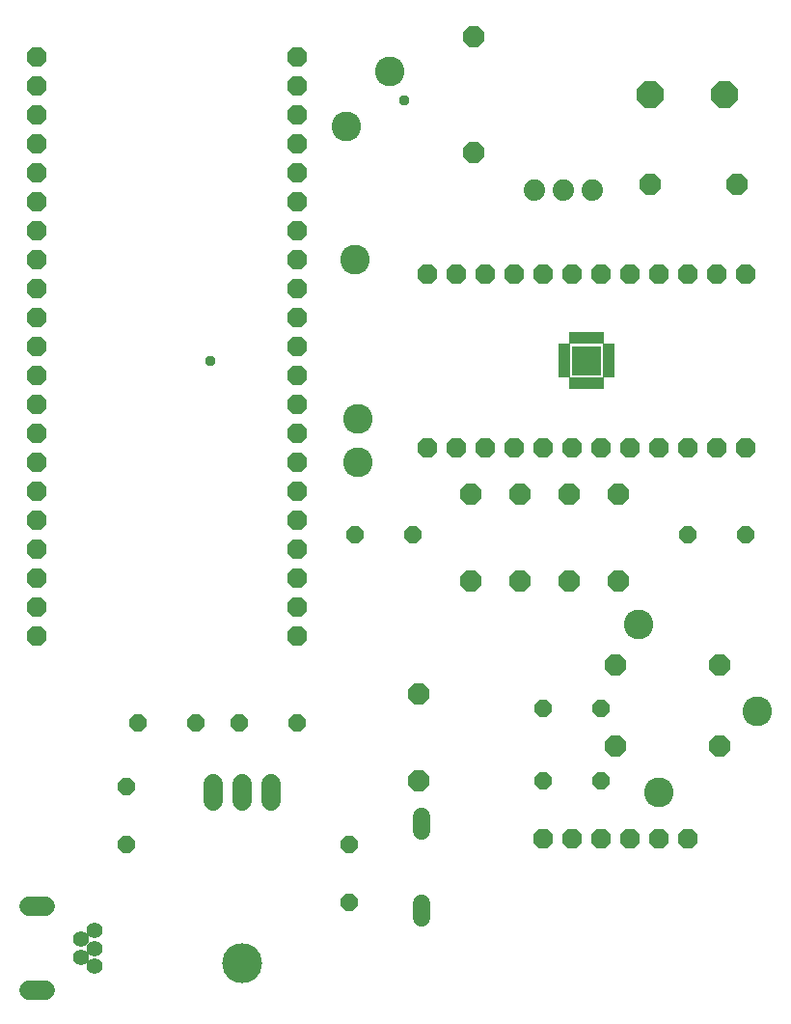
<source format=gbr>
G04 EAGLE Gerber RS-274X export*
G75*
%MOMM*%
%FSLAX34Y34*%
%LPD*%
%INSoldermask Top*%
%IPPOS*%
%AMOC8*
5,1,8,0,0,1.08239X$1,22.5*%
G01*
%ADD10P,1.649562X8X22.500000*%
%ADD11C,1.727200*%
%ADD12C,3.505200*%
%ADD13P,1.852186X8X112.500000*%
%ADD14R,0.508000X1.016000*%
%ADD15R,1.016000X0.508000*%
%ADD16R,2.641600X2.641600*%
%ADD17C,1.711200*%
%ADD18C,1.411200*%
%ADD19P,1.852186X8X202.500000*%
%ADD20P,1.852186X8X22.500000*%
%ADD21C,1.524000*%
%ADD22P,1.649562X8X292.500000*%
%ADD23P,2.034460X8X112.500000*%
%ADD24P,2.556822X8X22.500000*%
%ADD25P,2.034460X8X202.500000*%
%ADD26P,1.649562X8X112.500000*%
%ADD27C,1.879600*%
%ADD28C,2.603200*%
%ADD29C,0.959600*%


D10*
X215900Y355600D03*
X266700Y355600D03*
X127000Y355600D03*
X177800Y355600D03*
D11*
X243840Y302260D02*
X243840Y287020D01*
X218440Y287020D02*
X218440Y302260D01*
X193040Y302260D02*
X193040Y287020D01*
D12*
X218440Y144780D03*
D13*
X266700Y431800D03*
X266700Y457200D03*
X266700Y482600D03*
X266700Y508000D03*
X266700Y533400D03*
X266700Y558800D03*
X266700Y584200D03*
X266700Y609600D03*
X266700Y635000D03*
X266700Y660400D03*
X266700Y685800D03*
X266700Y711200D03*
X266700Y736600D03*
X266700Y762000D03*
X266700Y787400D03*
X266700Y812800D03*
X266700Y838200D03*
X266700Y863600D03*
X266700Y889000D03*
X266700Y914400D03*
X266700Y939800D03*
X38100Y431800D03*
X38100Y457200D03*
X38100Y482600D03*
X38100Y508000D03*
X38100Y533400D03*
X38100Y558800D03*
X38100Y584200D03*
X38100Y609600D03*
X38100Y635000D03*
X38100Y660400D03*
X38100Y685800D03*
X38100Y711200D03*
X38100Y736600D03*
X38100Y762000D03*
X38100Y787400D03*
X38100Y812800D03*
X38100Y838200D03*
X38100Y863600D03*
X38100Y889000D03*
X38100Y914400D03*
X38100Y939800D03*
D14*
X533146Y692658D03*
X528320Y692658D03*
X523240Y692658D03*
X518160Y692658D03*
X513080Y692658D03*
X508254Y692658D03*
D15*
X501142Y685546D03*
X501142Y680720D03*
X501142Y675640D03*
X501142Y670560D03*
X501142Y665480D03*
X501142Y660654D03*
D14*
X508254Y653542D03*
X513080Y653542D03*
X518160Y653542D03*
X523240Y653542D03*
X528320Y653542D03*
X533146Y653542D03*
D15*
X540258Y660654D03*
X540258Y665480D03*
X540258Y670560D03*
X540258Y675640D03*
X540258Y680720D03*
X540258Y685546D03*
D16*
X520700Y673100D03*
D17*
X46250Y193980D02*
X31170Y193980D01*
X31170Y120980D02*
X46250Y120980D01*
D18*
X77210Y149480D03*
X89210Y157480D03*
X89210Y173480D03*
X89210Y141480D03*
X77210Y165480D03*
D19*
X660400Y749300D03*
X635000Y749300D03*
X609600Y749300D03*
X584200Y749300D03*
X558800Y749300D03*
X533400Y749300D03*
X508000Y749300D03*
X482600Y749300D03*
X457200Y749300D03*
X431800Y749300D03*
X406400Y749300D03*
X381000Y749300D03*
D20*
X381000Y596900D03*
X406400Y596900D03*
X431800Y596900D03*
X457200Y596900D03*
X482600Y596900D03*
X508000Y596900D03*
X533400Y596900D03*
X558800Y596900D03*
X584200Y596900D03*
X609600Y596900D03*
X635000Y596900D03*
X660400Y596900D03*
D19*
X609600Y254000D03*
X584200Y254000D03*
X558800Y254000D03*
X533400Y254000D03*
X508000Y254000D03*
X482600Y254000D03*
D21*
X375920Y260096D02*
X375920Y273304D01*
X375920Y197104D02*
X375920Y183896D01*
D22*
X312420Y248920D03*
X312420Y198120D03*
D23*
X373380Y304800D03*
X373380Y381000D03*
D10*
X482600Y304800D03*
X533400Y304800D03*
X482600Y368300D03*
X533400Y368300D03*
X609600Y520700D03*
X660400Y520700D03*
D24*
X642112Y906780D03*
X577088Y906780D03*
D10*
X317500Y520700D03*
X368300Y520700D03*
D23*
X548640Y480060D03*
X548640Y556260D03*
X505460Y480060D03*
X505460Y556260D03*
X462280Y480060D03*
X462280Y556260D03*
X419100Y480060D03*
X419100Y556260D03*
D25*
X652780Y828040D03*
X576580Y828040D03*
D26*
X116840Y248920D03*
X116840Y299720D03*
D25*
X637540Y335280D03*
X546100Y335280D03*
X637540Y406400D03*
X546100Y406400D03*
D23*
X421640Y855980D03*
X421640Y957580D03*
D27*
X500380Y822960D03*
X474980Y822960D03*
X525780Y822960D03*
D28*
X320040Y584200D03*
X320040Y622300D03*
X584200Y294640D03*
X566420Y441960D03*
X309880Y878840D03*
X347980Y927100D03*
X670560Y365760D03*
X317500Y762000D03*
D29*
X360680Y901700D03*
X190500Y673100D03*
M02*

</source>
